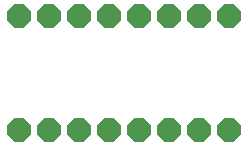
<source format=gbs>
G75*
%MOIN*%
%OFA0B0*%
%FSLAX25Y25*%
%IPPOS*%
%LPD*%
%AMOC8*
5,1,8,0,0,1.08239X$1,22.5*
%
%ADD10OC8,0.07984*%
D10*
X0011800Y0007863D03*
X0021800Y0007863D03*
X0031800Y0007863D03*
X0041800Y0007863D03*
X0051800Y0007863D03*
X0061800Y0007863D03*
X0071800Y0007863D03*
X0081800Y0007863D03*
X0081800Y0045737D03*
X0071800Y0045737D03*
X0061800Y0045737D03*
X0051800Y0045737D03*
X0041800Y0045737D03*
X0031800Y0045737D03*
X0021800Y0045737D03*
X0011800Y0045737D03*
M02*

</source>
